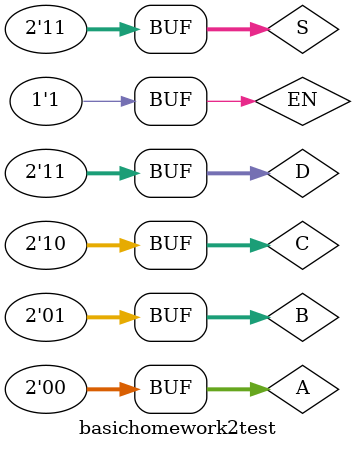
<source format=v>
`timescale 1ns / 1ps


module basichomework2test;

	// Inputs
	reg [1:0] A;
	reg [1:0] B;
	reg [1:0] C;
	reg [1:0] D;
	reg [1:0] S;
	reg EN;

	// Outputs
	wire [1:0] Y;

	// Instantiate the Unit Under Test (UUT)
	BasicHomework2 uut (
		.Y(Y), 
		.A(A), 
		.B(B), 
		.C(C), 
		.D(D), 
		.S(S), 
		.EN(EN)
	);

	initial begin
		// Initialize Inputs
		A = 0;
		B = 0;
		C = 0;
		D = 0;
		S = 0;
		EN = 0;

		// Wait 100 ns for global reset to finish
		#100;
        
		// Add stimulus here
		#100;
		A=2'b00;
		B=2'b01;
		C=2'b10;
		D=2'b11;
		
		#100;
		EN=1;
		S=2'b00;
		
		#100;
		S=2'b01;
		
		#100;
		S=2'b10;
		
		#100;
		S=2'b11;
		
	end
      
endmodule


</source>
